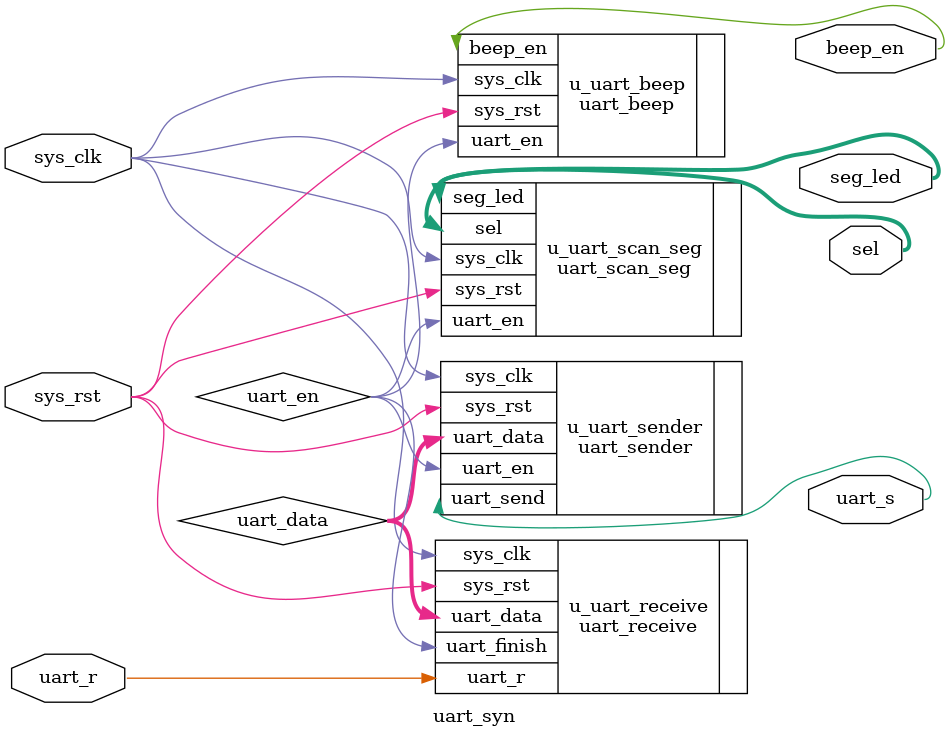
<source format=v>
/*
25/06/2021
written by Zyy Zhou (22670661)
used for UWA unit ELEC5552 design2  fir filter desin
to communicate with laptop and load coefficients
*/

module uart_syn (
	input            sys_clk,
	input            sys_rst,
	input            uart_r,   //uart receive interface
	
	output    		  uart_s,    //uart send port
	output           beep_en,   //beep enable signal
	output  [5:0]    sel,      //select which segment to be turned on
	output  [7:0]    seg_led  //indicate the word being shown in the selected segment
);

//parameter define
//parameter CLK_FRE = 50000000;  //frequency of the system
//parameter UART_BPS = 9600; //Bit rate of the interface

//reg define


//wire define
wire  [7:0]  uart_data;
wire         uart_en;
//******************************************************
//                 main code
//******************************************************

/*
//a pll ip core to divide the clk signal, generating a lower frequency clk signal
//used for signaltap ii as a clk source to enable a deeper sampling
clk_div u_pll (
	.inclk0				(sys_clk),
	.c0               (clk_1m_hz)
);
*/


uart_receive
/* #(
	//parameter being covered
	.CLK_FRE          (CLK_FRE),
	.UART_BPS         (UART_BPS)
)
*/
u_uart_receive (
	//input signal
	.sys_clk          (sys_clk),
	.sys_rst          (sys_rst),
	.uart_r           (uart_r),
	//output signal
	.uart_data        (uart_data),
	.uart_finish      (uart_en)
);

uart_sender
/* #(
	//parameter being covered
	.CLK_FRE          (CLK_FRE),
	.UART_BPS         (UART_BPS)
)
*/
u_uart_sender(
	//input signal
	.sys_clk          (sys_clk),
	.sys_rst          (sys_rst),
	.uart_en          (uart_en),
	.uart_data        (uart_data),
	//output signal
	.uart_send        (uart_s)
);

uart_beep u_uart_beep(
	//input signal
	.sys_clk          (sys_clk),
	.sys_rst          (sys_rst),
	.uart_en          (uart_en),
	//output signal
	.beep_en          (beep_en)
);

uart_scan_seg u_uart_scan_seg (
	//input signal
	.sys_clk          (sys_clk),
	.sys_rst          (sys_rst),
	.uart_en          (uart_en),
	//output signal
	.sel              (sel),
	.seg_led          (seg_led)
);

endmodule

</source>
